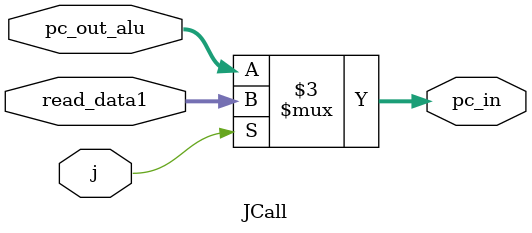
<source format=v>
module JCall(pc_out_alu,read_data1,j,pc_in);
	input [31:0] pc_out_alu, read_data1;
	input j;	
	
	output reg [31:0] pc_in;
	
	always @(*) begin
		if   (j) begin pc_in <= read_data1; end
		else     begin pc_in <= pc_out_alu;     end
	end
endmodule

</source>
